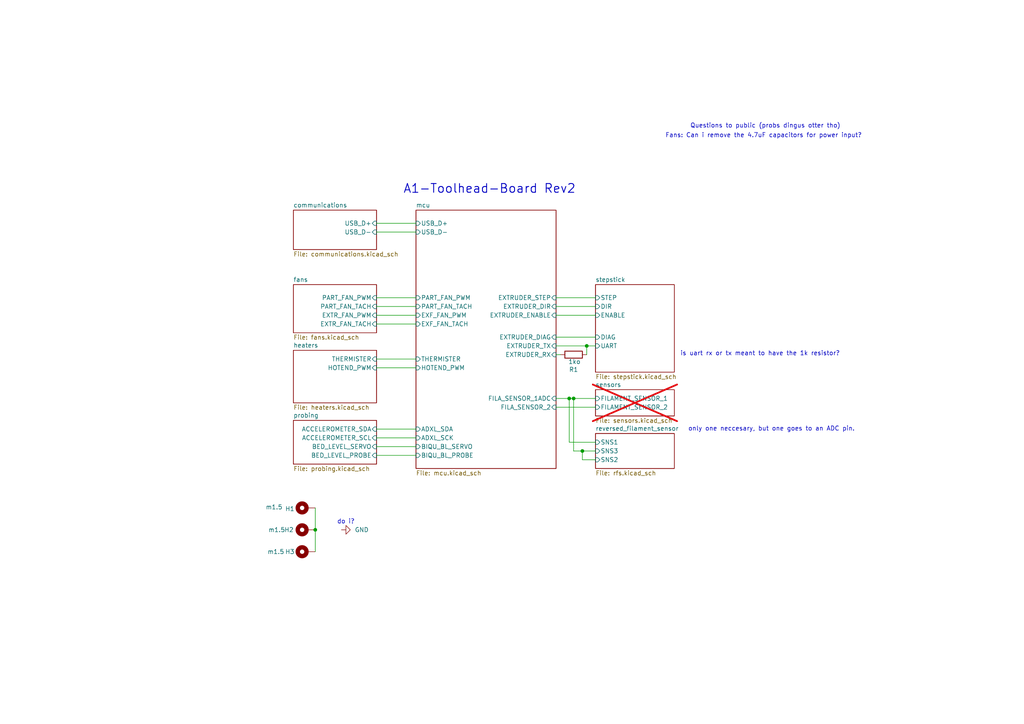
<source format=kicad_sch>
(kicad_sch (version 20250114) (generator "eeschema") (generator_version "9.0")
  (paper "A4")
  (title_block (title "Open Source A1 Toolhead Board") (date "2025-11-15") (rev "2") (company "Trihexangular Studios") (comment 1 "does not use standard usb pinout, see communications.sch") (comment 2 "An open source drop in toolhead board for bambu labs a1 printer"))
  (lib_symbols
    (symbol "Device:R" (pin_numbers (hide yes)) (pin_names (offset 0))
      (property "Reference" "R" (at 2.032 0 90))
      (property "Value" "R" (at 0 0 90))
      (symbol "R_0_1"
        (rectangle (start -1.016 -2.54) (end 1.016 2.54) (stroke (width 0.254)))
      )
      (symbol "R_1_1"
        (pin passive line (at 0 3.81 270) (length 1.27) (name "~") (number "1"))
        (pin passive line (at 0 -3.81 90) (length 1.27) (name "~") (number "2"))
      )
    )
    (symbol "Mechanical:MountingHole_Pad" (pin_numbers (hide yes)) (pin_names (offset 1.016) (hide yes)) (in_bom no)
      (property "Reference" "H" (at 0 6.35 0))
      (property "Value" "MountingHole_Pad" (at 0 4.445 0))
      (symbol "MountingHole_Pad_0_1"
        (circle (center 0 1.27) (radius 1.27) (stroke (width 1.27)))
      )
      (symbol "MountingHole_Pad_1_1"
        (pin input line (at 0 -2.54 90) (length 2.54) (name "1") (number "1"))
      )
    )
    (symbol "power:GND" (power) (pin_numbers (hide yes)) (pin_names (offset 0) (hide yes))
      (property "Value" "GND" (at 0 -3.81 0))
      (symbol "GND_0_1"
        (polyline (pts (xy 0 0) (xy 0 -1.27) (xy 1.27 -1.27) (xy 0 -2.54) (xy -1.27 -1.27) (xy 0 -1.27)))
      )
      (symbol "GND_1_1"
        (pin power_in line (at 0 0 270) (length 0) (name "~") (number "1"))
      )
    )
  )
  (text "Questions to public (probs dingus otter tho)" (at 221.996 36.576 0) (effects (font (size 1.27 1.27))))
  (text "is uart rx or tx meant to have the 1k resistor?" (at 220.472 102.616 0) (effects (font (size 1.27 1.27))))
  (text "do i?" (at 100.33 151.384 0) (effects (font (size 1.27 1.27))))
  (text "A1-Toolhead-Board Rev2" (at 141.986 54.864 0) (effects (font (size 2.54 2.54) (thickness 0.254) (bold yes))))
  (text "Fans: Can i remove the 4.7uF capacitors for power input?" (at 221.488 39.37 0) (effects (font (size 1.27 1.27))))
  (text "only one neccesary, but one goes to an ADC pin." (at 223.774 124.46 0) (effects (font (size 1.27 1.27))))
  (junction (at 170.18 100.33))
  (junction (at 168.91 130.81))
  (junction (at 91.44 153.67))
  (junction (at 166.37 115.57))
  (junction (at 165.1 115.57))
  (wire (pts (xy 109.22 93.98) (xy 120.65 93.98)))
  (wire (pts (xy 109.22 127) (xy 120.65 127)))
  (wire (pts (xy 161.29 102.87) (xy 162.56 102.87)))
  (wire (pts (xy 161.29 115.57) (xy 165.1 115.57)))
  (wire (pts (xy 168.91 133.35) (xy 172.72 133.35)))
  (wire (pts (xy 109.22 91.44) (xy 120.65 91.44)))
  (wire (pts (xy 165.1 128.27) (xy 172.72 128.27)))
  (wire (pts (xy 109.22 86.36) (xy 120.65 86.36)))
  (wire (pts (xy 161.29 100.33) (xy 170.18 100.33)))
  (wire (pts (xy 109.22 124.46) (xy 120.65 124.46)))
  (wire (pts (xy 165.1 115.57) (xy 166.37 115.57)))
  (wire (pts (xy 109.22 67.31) (xy 120.65 67.31)))
  (wire (pts (xy 161.29 97.79) (xy 172.72 97.79)))
  (wire (pts (xy 109.22 88.9) (xy 120.65 88.9)))
  (wire (pts (xy 109.22 64.77) (xy 120.65 64.77)))
  (wire (pts (xy 161.29 88.9) (xy 172.72 88.9)))
  (wire (pts (xy 91.44 153.67) (xy 91.44 160.02)))
  (wire (pts (xy 91.44 147.32) (xy 91.44 153.67)))
  (wire (pts (xy 166.37 115.57) (xy 166.37 130.81)))
  (wire (pts (xy 168.91 130.81) (xy 172.72 130.81)))
  (wire (pts (xy 165.1 115.57) (xy 165.1 128.27)))
  (wire (pts (xy 161.29 91.44) (xy 172.72 91.44)))
  (wire (pts (xy 170.18 100.33) (xy 170.18 102.87)))
  (wire (pts (xy 161.29 86.36) (xy 172.72 86.36)))
  (wire (pts (xy 170.18 100.33) (xy 172.72 100.33)))
  (wire (pts (xy 109.22 106.68) (xy 120.65 106.68)))
  (wire (pts (xy 109.22 104.14) (xy 120.65 104.14)))
  (wire (pts (xy 168.91 130.81) (xy 168.91 133.35)))
  (wire (pts (xy 109.22 132.08) (xy 120.65 132.08)))
  (wire (pts (xy 161.29 118.11) (xy 172.72 118.11)))
  (wire (pts (xy 166.37 115.57) (xy 172.72 115.57)))
  (wire (pts (xy 109.22 129.54) (xy 120.65 129.54)))
  (wire (pts (xy 166.37 130.81) (xy 168.91 130.81)))
  (symbol (lib_id "Mechanical:MountingHole_Pad") (at 88.9 160.02 90) (unit 1) (in_bom no)
    (property "Reference" "H3" (at 84.074 160.02 90))
    (property "Value" "m1.5" (at 80.01 160.02 90))
    (property "Footprint" "Library:MountingHole_M1.5" (effects (hide yes)))
    (property "Description" "Mounting Hole with connection" (effects (hide yes)))
  )
  (symbol (lib_id "power:GND") (at 99.06 153.67 90) (unit 1)
    (property "Reference" "#PWR063" (effects (hide yes)))
    (property "Value" "GND" (at 102.87 153.6699 90) (effects (justify right)))
    (property "Description" "Power symbol creates a global label with name \"GND\" , ground" (effects (hide yes)))
  )
  (symbol (lib_id "Mechanical:MountingHole_Pad") (at 88.9 147.32 90) (unit 1) (in_bom no)
    (property "Reference" "H1" (at 84.074 147.574 90))
    (property "Value" "m1.5" (at 79.502 147.066 90))
    (property "Footprint" "Library:MountingHole_M1.5" (effects (hide yes)))
    (property "Description" "Mounting Hole with connection" (effects (hide yes)))
  )
  (symbol (lib_id "Device:R") (at 166.37 102.87 90) (unit 1)
    (property "Reference" "R1" (at 166.37 107.188 90))
    (property "Value" "1ko" (at 166.624 104.902 90))
    (property "Footprint" "Resistor_SMD:R_0402_1005Metric" (effects (hide yes)))
    (property "Description" "Resistor" (effects (hide yes)))
  )
  (symbol (lib_id "Mechanical:MountingHole_Pad") (at 88.9 153.67 90) (unit 1) (in_bom no)
    (property "Reference" "H2" (at 83.82 153.67 90))
    (property "Value" "m1.5" (at 80.264 153.67 90))
    (property "Footprint" "Library:MountingHole_M1.5" (effects (hide yes)))
    (property "Description" "Mounting Hole with connection" (effects (hide yes)))
  )
  (sheet (at 85.09 82.55) (size 24.13 13.97) (stroke (width 0.1524))
    (property "Sheetname" "fans" (at 85.09 81.8384 0) (effects (justify left bottom)))
    (property "Sheetfile" "fans.kicad_sch" (at 85.09 97.1046 0) (effects (justify left top)))
    (pin "EXTR_FAN_PWM" input (at 109.22 91.44 0))
    (pin "EXTR_FAN_TACH" input (at 109.22 93.98 0))
    (pin "PART_FAN_TACH" input (at 109.22 88.9 0))
    (pin "PART_FAN_PWM" input (at 109.22 86.36 0))
  )
  (sheet (at 172.72 125.73) (size 22.86 10.16) (stroke (width 0.1524))
    (property "Sheetname" "reversed_filament_sensor" (at 172.72 125.0184 0) (effects (justify left bottom)))
    (property "Sheetfile" "rfs.kicad_sch" (at 172.72 136.4746 0) (effects (justify left top)))
    (pin "SNS1" input (at 172.72 128.27 180))
    (pin "SNS3" input (at 172.72 130.81 180))
    (pin "SNS2" input (at 172.72 133.35 180))
  )
  (sheet (at 120.65 60.96) (size 40.64 74.93) (stroke (width 0.1524))
    (property "Sheetname" "mcu" (at 120.65 60.2484 0) (effects (justify left bottom)))
    (property "Sheetfile" "mcu.kicad_sch" (at 120.65 136.4746 0) (effects (justify left top)))
    (pin "EXTRUDER_TX" input (at 161.29 100.33 0))
    (pin "EXTRUDER_DIAG" input (at 161.29 97.79 0))
    (pin "EXTRUDER_ENABLE" input (at 161.29 91.44 0))
    (pin "EXTRUDER_RX" input (at 161.29 102.87 0))
    (pin "EXTRUDER_STEP" input (at 161.29 86.36 0))
    (pin "EXTRUDER_DIR" input (at 161.29 88.9 0))
    (pin "BIQU_BL_PROBE" input (at 120.65 132.08 180))
    (pin "BIQU_BL_SERVO" input (at 120.65 129.54 180))
    (pin "ADXL_SCK" input (at 120.65 127 180))
    (pin "ADXL_SDA" input (at 120.65 124.46 180))
    (pin "FILA_SENSOR_1ADC" input (at 161.29 115.57 0))
    (pin "FILA_SENSOR_2" input (at 161.29 118.11 0))
    (pin "PART_FAN_TACH" input (at 120.65 88.9 180))
    (pin "EXF_FAN_TACH" input (at 120.65 93.98 180))
    (pin "EXF_FAN_PWM" input (at 120.65 91.44 180))
    (pin "PART_FAN_PWM" input (at 120.65 86.36 180))
    (pin "THERMISTER" input (at 120.65 104.14 180))
    (pin "HOTEND_PWM" input (at 120.65 106.68 180))
    (pin "USB_D-" input (at 120.65 67.31 180))
    (pin "USB_D+" input (at 120.65 64.77 180))
  )
  (sheet (at 85.09 101.6) (size 24.13 15.24) (stroke (width 0.1524))
    (property "Sheetname" "heaters" (at 85.09 100.8884 0) (effects (justify left bottom)))
    (property "Sheetfile" "heaters.kicad_sch" (at 85.09 117.4246 0) (effects (justify left top)))
    (pin "THERMISTER" input (at 109.22 104.14 0))
    (pin "HOTEND_PWM" input (at 109.22 106.68 0))
  )
  (sheet (at 85.09 60.96) (size 24.13 11.43) (stroke (width 0.1524))
    (property "Sheetname" "communications" (at 85.09 60.2484 0) (effects (justify left bottom)))
    (property "Sheetfile" "communications.kicad_sch" (at 85.09 72.9746 0) (effects (justify left top)))
    (pin "USB_D-" input (at 109.22 67.31 0))
    (pin "USB_D+" input (at 109.22 64.77 0))
  )
  (sheet (at 85.09 121.92) (size 24.13 12.7) (stroke (width 0.1524))
    (property "Sheetname" "probing" (at 85.09 121.2084 0) (effects (justify left bottom)))
    (property "Sheetfile" "probing.kicad_sch" (at 85.09 135.2046 0) (effects (justify left top)))
    (pin "ACCELEROMETER_SDA" input (at 109.22 124.46 0))
    (pin "ACCELEROMETER_SCL" input (at 109.22 127 0))
    (pin "BED_LEVEL_SERVO" input (at 109.22 129.54 0))
    (pin "BED_LEVEL_PROBE" input (at 109.22 132.08 0))
  )
  (sheet (at 172.72 113.03) (size 22.86 7.62) (in_bom no) (on_board no) (dnp yes) (stroke (width 0.1524))
    (property "Sheetname" "sensors" (at 172.72 112.3184 0) (effects (justify left bottom)))
    (property "Sheetfile" "sensors.kicad_sch" (at 172.72 121.2346 0) (effects (justify left top)))
    (pin "FILAMENT_SENSOR_1" input (at 172.72 115.57 180))
    (pin "FILAMENT_SENSOR_2" input (at 172.72 118.11 180))
  )
  (sheet (at 172.72 82.55) (size 22.86 25.4) (stroke (width 0.1524))
    (property "Sheetname" "stepstick" (at 172.72 81.8384 0) (effects (justify left bottom)))
    (property "Sheetfile" "stepstick.kicad_sch" (at 172.72 108.5346 0) (effects (justify left top)))
    (pin "STEP" input (at 172.72 86.36 180))
    (pin "DIR" input (at 172.72 88.9 180))
    (pin "ENABLE" input (at 172.72 91.44 180))
    (pin "DIAG" input (at 172.72 97.79 180))
    (pin "UART" input (at 172.72 100.33 180))
  )
)
</source>
